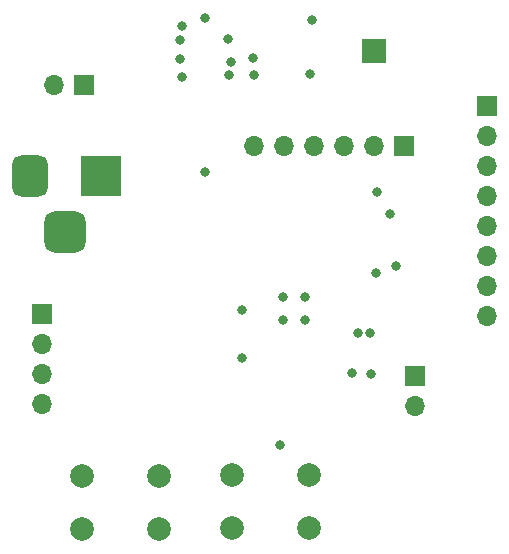
<source format=gbr>
%TF.GenerationSoftware,KiCad,Pcbnew,6.0.9-8da3e8f707~117~ubuntu22.04.1*%
%TF.CreationDate,2023-05-10T19:22:08-04:00*%
%TF.ProjectId,a2bikelight,61326269-6b65-46c6-9967-68742e6b6963,rev?*%
%TF.SameCoordinates,Original*%
%TF.FileFunction,Copper,L4,Bot*%
%TF.FilePolarity,Positive*%
%FSLAX46Y46*%
G04 Gerber Fmt 4.6, Leading zero omitted, Abs format (unit mm)*
G04 Created by KiCad (PCBNEW 6.0.9-8da3e8f707~117~ubuntu22.04.1) date 2023-05-10 19:22:08*
%MOMM*%
%LPD*%
G01*
G04 APERTURE LIST*
G04 Aperture macros list*
%AMRoundRect*
0 Rectangle with rounded corners*
0 $1 Rounding radius*
0 $2 $3 $4 $5 $6 $7 $8 $9 X,Y pos of 4 corners*
0 Add a 4 corners polygon primitive as box body*
4,1,4,$2,$3,$4,$5,$6,$7,$8,$9,$2,$3,0*
0 Add four circle primitives for the rounded corners*
1,1,$1+$1,$2,$3*
1,1,$1+$1,$4,$5*
1,1,$1+$1,$6,$7*
1,1,$1+$1,$8,$9*
0 Add four rect primitives between the rounded corners*
20,1,$1+$1,$2,$3,$4,$5,0*
20,1,$1+$1,$4,$5,$6,$7,0*
20,1,$1+$1,$6,$7,$8,$9,0*
20,1,$1+$1,$8,$9,$2,$3,0*%
G04 Aperture macros list end*
%TA.AperFunction,ComponentPad*%
%ADD10R,1.700000X1.700000*%
%TD*%
%TA.AperFunction,ComponentPad*%
%ADD11O,1.700000X1.700000*%
%TD*%
%TA.AperFunction,ComponentPad*%
%ADD12R,2.000000X2.000000*%
%TD*%
%TA.AperFunction,ComponentPad*%
%ADD13C,2.000000*%
%TD*%
%TA.AperFunction,ComponentPad*%
%ADD14R,3.500000X3.500000*%
%TD*%
%TA.AperFunction,ComponentPad*%
%ADD15RoundRect,0.750000X-0.750000X-1.000000X0.750000X-1.000000X0.750000X1.000000X-0.750000X1.000000X0*%
%TD*%
%TA.AperFunction,ComponentPad*%
%ADD16RoundRect,0.875000X-0.875000X-0.875000X0.875000X-0.875000X0.875000X0.875000X-0.875000X0.875000X0*%
%TD*%
%TA.AperFunction,ViaPad*%
%ADD17C,0.800000*%
%TD*%
G04 APERTURE END LIST*
D10*
%TO.P,J5,1,Pin_1*%
%TO.N,Net-(J5-Pad1)*%
X140600000Y-132925000D03*
D11*
%TO.P,J5,2,Pin_2*%
%TO.N,Net-(J5-Pad2)*%
X140600000Y-135465000D03*
%TD*%
D12*
%TO.P,TP1,1,1*%
%TO.N,GND*%
X137100000Y-105400000D03*
%TD*%
D13*
%TO.P,SW1,1,1*%
%TO.N,GND*%
X125150000Y-145850000D03*
X131650000Y-145850000D03*
%TO.P,SW1,2,2*%
%TO.N,BUTTON*%
X131650000Y-141350000D03*
X125150000Y-141350000D03*
%TD*%
D10*
%TO.P,J2,1,Pin_1*%
%TO.N,Net-(D1-Pad2)*%
X112600000Y-108300000D03*
D11*
%TO.P,J2,2,Pin_2*%
%TO.N,GND*%
X110060000Y-108300000D03*
%TD*%
D13*
%TO.P,SW2,1,1*%
%TO.N,GND*%
X112400000Y-145900000D03*
X118900000Y-145900000D03*
%TO.P,SW2,2,2*%
%TO.N,NRESET*%
X112400000Y-141400000D03*
X118900000Y-141400000D03*
%TD*%
D10*
%TO.P,J4,1,Pin_1*%
%TO.N,GND*%
X139650000Y-113500000D03*
D11*
%TO.P,J4,2,Pin_2*%
%TO.N,unconnected-(J4-Pad2)*%
X137110000Y-113500000D03*
%TO.P,J4,3,Pin_3*%
%TO.N,unconnected-(J4-Pad3)*%
X134570000Y-113500000D03*
%TO.P,J4,4,Pin_4*%
%TO.N,SERIAL_INCOMING*%
X132030000Y-113500000D03*
%TO.P,J4,5,Pin_5*%
%TO.N,SERIAL_OUTGOING*%
X129490000Y-113500000D03*
%TO.P,J4,6,Pin_6*%
%TO.N,unconnected-(J4-Pad6)*%
X126950000Y-113500000D03*
%TD*%
D10*
%TO.P,J6,1,Pin_1*%
%TO.N,VIN*%
X146700000Y-110100000D03*
D11*
%TO.P,J6,2,Pin_2*%
%TO.N,+3V3*%
X146700000Y-112640000D03*
%TO.P,J6,3,Pin_3*%
%TO.N,PD6*%
X146700000Y-115180000D03*
%TO.P,J6,4,Pin_4*%
%TO.N,PD5*%
X146700000Y-117720000D03*
%TO.P,J6,5,Pin_5*%
%TO.N,PD4*%
X146700000Y-120260000D03*
%TO.P,J6,6,Pin_6*%
%TO.N,PB7*%
X146700000Y-122800000D03*
%TO.P,J6,7,Pin_7*%
%TO.N,LIGHT*%
X146700000Y-125340000D03*
%TO.P,J6,8,Pin_8*%
%TO.N,GND*%
X146700000Y-127880000D03*
%TD*%
D14*
%TO.P,J1,1*%
%TO.N,Net-(D1-Pad2)*%
X114000000Y-116042500D03*
D15*
%TO.P,J1,2*%
%TO.N,GND*%
X108000000Y-116042500D03*
D16*
%TO.P,J1,3*%
X111000000Y-120742500D03*
%TD*%
D10*
%TO.P,J3,1,Pin_1*%
%TO.N,unconnected-(J3-Pad1)*%
X109000000Y-127700000D03*
D11*
%TO.P,J3,2,Pin_2*%
%TO.N,SWIM*%
X109000000Y-130240000D03*
%TO.P,J3,3,Pin_3*%
%TO.N,GND*%
X109000000Y-132780000D03*
%TO.P,J3,4,Pin_4*%
%TO.N,NRESET*%
X109000000Y-135320000D03*
%TD*%
D17*
%TO.N,GND*%
X135300000Y-132700000D03*
X136900000Y-132800000D03*
X135800000Y-129300000D03*
X136800000Y-129300000D03*
X129200000Y-138800000D03*
X131300000Y-128200000D03*
X129400000Y-128200000D03*
X131300000Y-126300000D03*
X129400000Y-126300000D03*
X122800000Y-115700000D03*
X120700000Y-104500000D03*
X124800000Y-104400000D03*
X122800000Y-102600000D03*
X120900000Y-103300000D03*
X131900000Y-102800000D03*
X126000000Y-127400000D03*
X138500000Y-119200000D03*
%TO.N,+3V3*%
X137300000Y-124200000D03*
X126000000Y-131400000D03*
X124900000Y-107500000D03*
X120700000Y-106100000D03*
X139000000Y-123600000D03*
X137400000Y-117400000D03*
X131700000Y-107400000D03*
X125000000Y-106400000D03*
X127000000Y-107500000D03*
X126900000Y-106000000D03*
X120900000Y-107600000D03*
%TD*%
M02*

</source>
